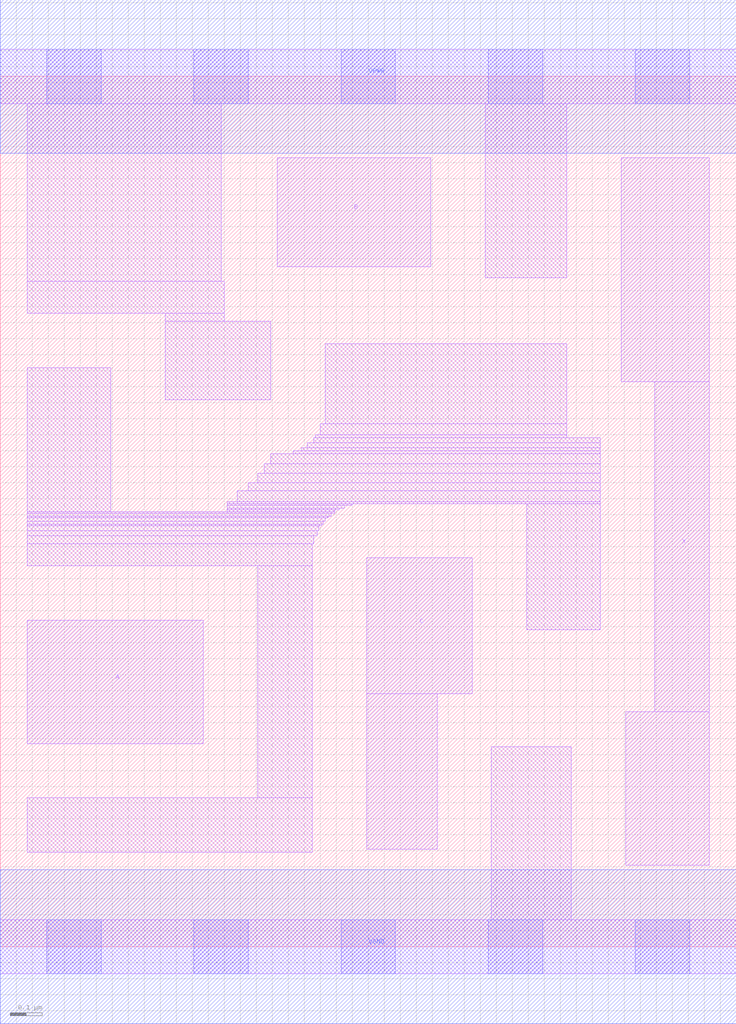
<source format=lef>
# Copyright 2020 The SkyWater PDK Authors
#
# Licensed under the Apache License, Version 2.0 (the "License");
# you may not use this file except in compliance with the License.
# You may obtain a copy of the License at
#
#     https://www.apache.org/licenses/LICENSE-2.0
#
# Unless required by applicable law or agreed to in writing, software
# distributed under the License is distributed on an "AS IS" BASIS,
# WITHOUT WARRANTIES OR CONDITIONS OF ANY KIND, either express or implied.
# See the License for the specific language governing permissions and
# limitations under the License.
#
# SPDX-License-Identifier: Apache-2.0

VERSION 5.7 ;
  NAMESCASESENSITIVE ON ;
  NOWIREEXTENSIONATPIN ON ;
  DIVIDERCHAR "/" ;
  BUSBITCHARS "[]" ;
UNITS
  DATABASE MICRONS 200 ;
END UNITS
MACRO sky130_fd_sc_hd__and3_1
  CLASS CORE ;
  SOURCE USER ;
  FOREIGN sky130_fd_sc_hd__and3_1 ;
  ORIGIN  0.000000  0.000000 ;
  SIZE  2.300000 BY  2.720000 ;
  SYMMETRY X Y R90 ;
  SITE unithd ;
  PIN A
    ANTENNAGATEAREA  0.126000 ;
    DIRECTION INPUT ;
    USE SIGNAL ;
    PORT
      LAYER li1 ;
        RECT 0.085000 0.635000 0.635000 1.020000 ;
    END
  END A
  PIN B
    ANTENNAGATEAREA  0.126000 ;
    DIRECTION INPUT ;
    USE SIGNAL ;
    PORT
      LAYER li1 ;
        RECT 0.865000 2.125000 1.345000 2.465000 ;
    END
  END B
  PIN C
    ANTENNAGATEAREA  0.126000 ;
    DIRECTION INPUT ;
    USE SIGNAL ;
    PORT
      LAYER li1 ;
        RECT 1.145000 0.305000 1.365000 0.790000 ;
        RECT 1.145000 0.790000 1.475000 1.215000 ;
    END
  END C
  PIN X
    ANTENNADIFFAREA  0.429000 ;
    DIRECTION OUTPUT ;
    USE SIGNAL ;
    PORT
      LAYER li1 ;
        RECT 1.940000 1.765000 2.215000 2.465000 ;
        RECT 1.955000 0.255000 2.215000 0.735000 ;
        RECT 2.045000 0.735000 2.215000 1.765000 ;
    END
  END X
  PIN VGND
    DIRECTION INOUT ;
    SHAPE ABUTMENT ;
    USE GROUND ;
    PORT
      LAYER met1 ;
        RECT 0.000000 -0.240000 2.300000 0.240000 ;
    END
  END VGND
  PIN VPWR
    DIRECTION INOUT ;
    SHAPE ABUTMENT ;
    USE POWER ;
    PORT
      LAYER met1 ;
        RECT 0.000000 2.480000 2.300000 2.960000 ;
    END
  END VPWR
  OBS
    LAYER li1 ;
      RECT 0.000000 -0.085000 2.300000 0.085000 ;
      RECT 0.000000  2.635000 2.300000 2.805000 ;
      RECT 0.085000  0.295000 0.975000 0.465000 ;
      RECT 0.085000  1.190000 0.975000 1.260000 ;
      RECT 0.085000  1.260000 0.980000 1.285000 ;
      RECT 0.085000  1.285000 0.990000 1.300000 ;
      RECT 0.085000  1.300000 0.995000 1.315000 ;
      RECT 0.085000  1.315000 1.005000 1.320000 ;
      RECT 0.085000  1.320000 1.010000 1.330000 ;
      RECT 0.085000  1.330000 1.015000 1.340000 ;
      RECT 0.085000  1.340000 1.025000 1.345000 ;
      RECT 0.085000  1.345000 1.035000 1.355000 ;
      RECT 0.085000  1.355000 1.045000 1.360000 ;
      RECT 0.085000  1.360000 0.345000 1.810000 ;
      RECT 0.085000  1.980000 0.700000 2.080000 ;
      RECT 0.085000  2.080000 0.690000 2.635000 ;
      RECT 0.515000  1.710000 0.845000 1.955000 ;
      RECT 0.515000  1.955000 0.700000 1.980000 ;
      RECT 0.710000  1.360000 1.045000 1.365000 ;
      RECT 0.710000  1.365000 1.060000 1.370000 ;
      RECT 0.710000  1.370000 1.075000 1.380000 ;
      RECT 0.710000  1.380000 1.100000 1.385000 ;
      RECT 0.710000  1.385000 1.875000 1.390000 ;
      RECT 0.740000  1.390000 1.875000 1.425000 ;
      RECT 0.775000  1.425000 1.875000 1.450000 ;
      RECT 0.805000  0.465000 0.975000 1.190000 ;
      RECT 0.805000  1.450000 1.875000 1.480000 ;
      RECT 0.825000  1.480000 1.875000 1.510000 ;
      RECT 0.845000  1.510000 1.875000 1.540000 ;
      RECT 0.915000  1.540000 1.875000 1.550000 ;
      RECT 0.940000  1.550000 1.875000 1.560000 ;
      RECT 0.960000  1.560000 1.875000 1.575000 ;
      RECT 0.980000  1.575000 1.875000 1.590000 ;
      RECT 0.985000  1.590000 1.770000 1.600000 ;
      RECT 1.000000  1.600000 1.770000 1.635000 ;
      RECT 1.015000  1.635000 1.770000 1.885000 ;
      RECT 1.515000  2.090000 1.770000 2.635000 ;
      RECT 1.535000  0.085000 1.785000 0.625000 ;
      RECT 1.645000  0.990000 1.875000 1.385000 ;
    LAYER mcon ;
      RECT 0.145000 -0.085000 0.315000 0.085000 ;
      RECT 0.145000  2.635000 0.315000 2.805000 ;
      RECT 0.605000 -0.085000 0.775000 0.085000 ;
      RECT 0.605000  2.635000 0.775000 2.805000 ;
      RECT 1.065000 -0.085000 1.235000 0.085000 ;
      RECT 1.065000  2.635000 1.235000 2.805000 ;
      RECT 1.525000 -0.085000 1.695000 0.085000 ;
      RECT 1.525000  2.635000 1.695000 2.805000 ;
      RECT 1.985000 -0.085000 2.155000 0.085000 ;
      RECT 1.985000  2.635000 2.155000 2.805000 ;
  END
END sky130_fd_sc_hd__and3_1

</source>
